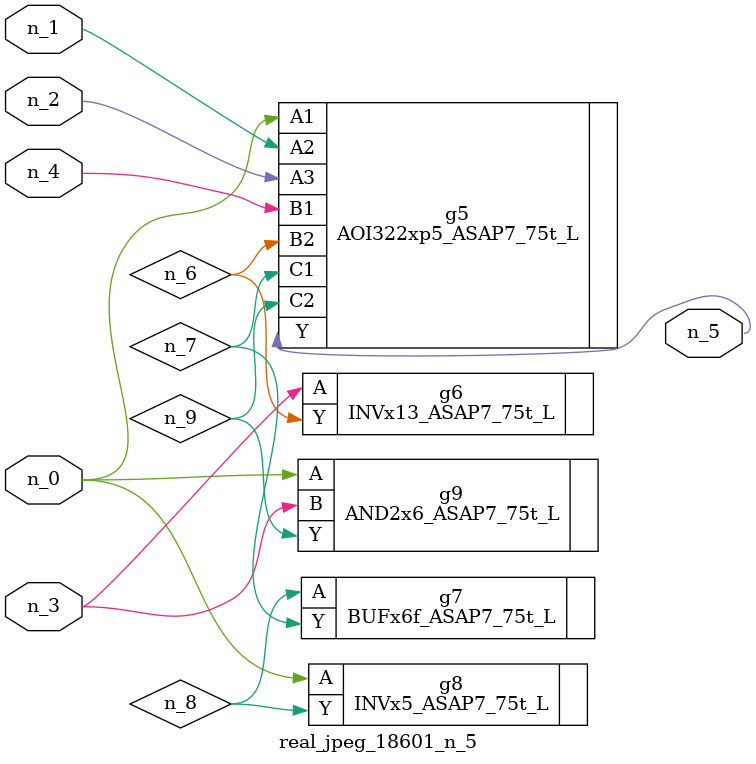
<source format=v>
module real_jpeg_18601_n_5 (n_4, n_0, n_1, n_2, n_3, n_5);

input n_4;
input n_0;
input n_1;
input n_2;
input n_3;

output n_5;

wire n_8;
wire n_6;
wire n_7;
wire n_9;

AOI322xp5_ASAP7_75t_L g5 ( 
.A1(n_0),
.A2(n_1),
.A3(n_2),
.B1(n_4),
.B2(n_6),
.C1(n_7),
.C2(n_9),
.Y(n_5)
);

INVx5_ASAP7_75t_L g8 ( 
.A(n_0),
.Y(n_8)
);

AND2x6_ASAP7_75t_L g9 ( 
.A(n_0),
.B(n_3),
.Y(n_9)
);

INVx13_ASAP7_75t_L g6 ( 
.A(n_3),
.Y(n_6)
);

BUFx6f_ASAP7_75t_L g7 ( 
.A(n_8),
.Y(n_7)
);


endmodule
</source>
